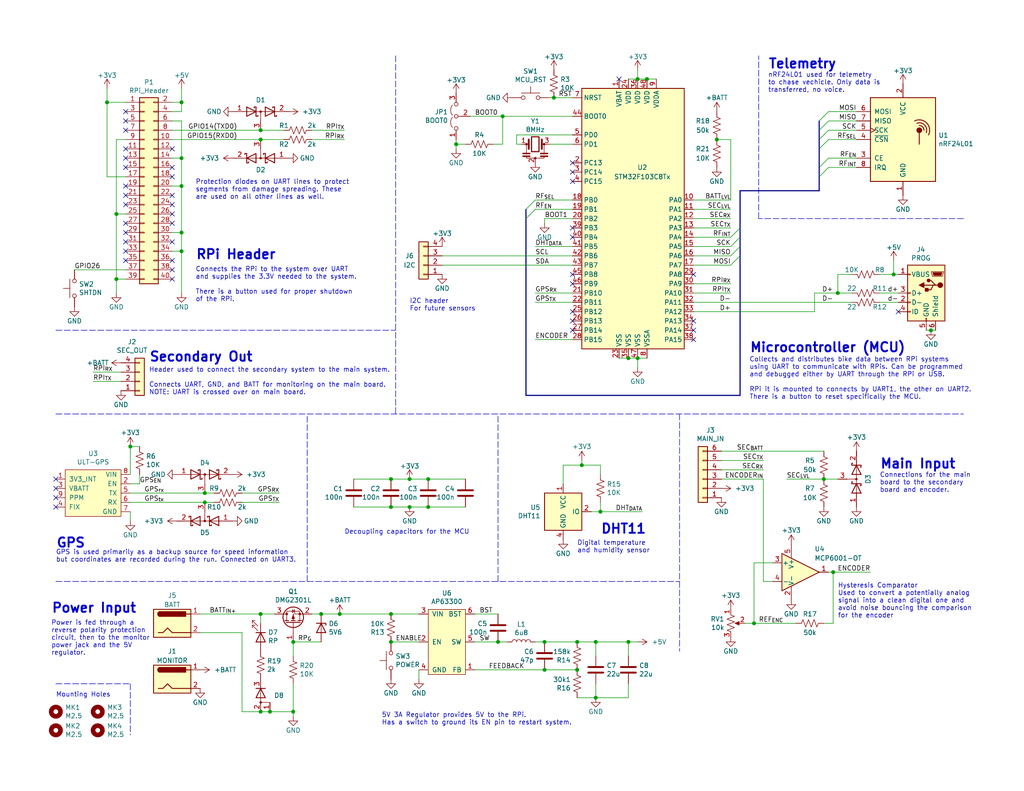
<source format=kicad_sch>
(kicad_sch (version 20211123) (generator eeschema)
  (paper "USLetter")
  (title_block (title "TITAN Board") (date "2020-09-26") (rev "2.1") (company "UofT HPVDT") (comment 1 "Only power input and RPi header parts must be populated on sec.") (comment 2 "For both main and secondary displays, albeit differently configured.") (comment 4 "Board for data collection and communication in TITAN, as a Pi HAT"))
  (junction (at 106.68 175.26))
  (junction (at 71.12 167.64))
  (junction (at 176.53 21.59))
  (junction (at 49.53 68.58))
  (junction (at 163.83 139.7))
  (junction (at 224.79 130.81))
  (junction (at 71.12 194.31))
  (junction (at 171.45 175.26))
  (junction (at 29.21 27.94))
  (junction (at 80.01 194.31))
  (junction (at 158.75 127))
  (junction (at 157.48 182.88))
  (junction (at 243.84 74.93))
  (junction (at 31.75 58.42))
  (junction (at 106.68 167.64))
  (junction (at 171.45 97.79))
  (junction (at 148.59 182.88))
  (junction (at 157.48 175.26))
  (junction (at 49.53 43.18))
  (junction (at 227.33 156.21))
  (junction (at 111.76 138.43))
  (junction (at 173.99 97.79))
  (junction (at 71.12 35.56))
  (junction (at 205.74 170.18))
  (junction (at 87.63 167.64))
  (junction (at 92.71 167.64))
  (junction (at 49.53 27.94))
  (junction (at 173.99 21.59))
  (junction (at 254 90.17))
  (junction (at 111.76 130.81))
  (junction (at 80.01 175.26))
  (junction (at 55.88 134.62))
  (junction (at 106.68 138.43))
  (junction (at 135.89 175.26))
  (junction (at 137.16 31.75))
  (junction (at 116.84 138.43))
  (junction (at 35.56 121.92))
  (junction (at 49.53 50.8))
  (junction (at 148.59 175.26))
  (junction (at 162.56 175.26))
  (junction (at 71.12 38.1))
  (junction (at 106.68 130.81))
  (junction (at 31.75 76.2))
  (junction (at 124.46 39.37))
  (junction (at 55.88 137.16))
  (junction (at 49.53 63.5))
  (junction (at 195.58 38.1))
  (junction (at 116.84 130.81))
  (junction (at 73.66 194.31))
  (junction (at 228.6 80.01))
  (junction (at 151.13 26.67))
  (junction (at 162.56 190.5))
  (no_connect (at 46.99 60.96))
  (no_connect (at 46.99 45.72))
  (no_connect (at 34.29 45.72))
  (no_connect (at 46.99 40.64))
  (no_connect (at 34.29 66.04))
  (no_connect (at 34.29 35.56))
  (no_connect (at 46.99 71.12))
  (no_connect (at 156.21 87.63))
  (no_connect (at 46.99 55.88))
  (no_connect (at 245.11 85.09))
  (no_connect (at 156.21 44.45))
  (no_connect (at 46.99 66.04))
  (no_connect (at 189.23 74.93))
  (no_connect (at 15.24 138.43))
  (no_connect (at 156.21 77.47))
  (no_connect (at 168.91 21.59))
  (no_connect (at 34.29 43.18))
  (no_connect (at 189.23 90.17))
  (no_connect (at 189.23 87.63))
  (no_connect (at 15.24 135.89))
  (no_connect (at 46.99 76.2))
  (no_connect (at 156.21 74.93))
  (no_connect (at 15.24 133.35))
  (no_connect (at 46.99 48.26))
  (no_connect (at 34.29 60.96))
  (no_connect (at 34.29 33.02))
  (no_connect (at 156.21 46.99))
  (no_connect (at 46.99 53.34))
  (no_connect (at 34.29 40.64))
  (no_connect (at 156.21 62.23))
  (no_connect (at 34.29 63.5))
  (no_connect (at 156.21 49.53))
  (no_connect (at 156.21 90.17))
  (no_connect (at 34.29 53.34))
  (no_connect (at 156.21 85.09))
  (no_connect (at 34.29 68.58))
  (no_connect (at 46.99 73.66))
  (no_connect (at 189.23 92.71))
  (no_connect (at 34.29 71.12))
  (no_connect (at 34.29 30.48))
  (no_connect (at 156.21 64.77))
  (no_connect (at 15.24 130.81))
  (no_connect (at 34.29 50.8))
  (no_connect (at 46.99 58.42))
  (no_connect (at 34.29 55.88))
  (bus_entry (at 223.52 40.64) (size 2.54 -2.54))
  (bus_entry (at 199.39 72.39) (size 2.54 -2.54))
  (bus_entry (at 199.39 64.77) (size 2.54 -2.54))
  (bus_entry (at 143.51 57.15) (size 2.54 -2.54))
  (bus_entry (at 223.52 33.02) (size 2.54 -2.54))
  (bus_entry (at 199.39 69.85) (size 2.54 -2.54))
  (bus_entry (at 223.52 48.26) (size 2.54 -2.54))
  (bus_entry (at 143.51 59.69) (size 2.54 -2.54))
  (bus_entry (at 223.52 35.56) (size 2.54 -2.54))
  (bus_entry (at 223.52 45.72) (size 2.54 -2.54))
  (bus_entry (at 223.52 38.1) (size 2.54 -2.54))
  (bus_entry (at 199.39 67.31) (size 2.54 -2.54))
  (bus (pts (xy 143.51 57.15) (xy 143.51 59.69)))
  (wire (pts (xy 199.39 62.23) (xy 189.23 62.23)))
  (wire (pts (xy 226.06 30.48) (xy 233.68 30.48)))
  (wire (pts (xy 35.56 129.54) (xy 35.56 121.92)))
  (polyline (pts (xy 15.24 90.17) (xy 107.95 90.17)))
  (wire (pts (xy 171.45 190.5) (xy 171.45 186.69)))
  (wire (pts (xy 158.75 127) (xy 158.75 125.73)))
  (wire (pts (xy 20.32 73.66) (xy 34.29 73.66)))
  (wire (pts (xy 93.98 38.1) (xy 85.09 38.1)))
  (polyline (pts (xy 262.89 59.69) (xy 207.01 59.69)))
  (wire (pts (xy 146.05 57.15) (xy 156.21 57.15)))
  (bus (pts (xy 223.52 35.56) (xy 223.52 38.1)))
  (wire (pts (xy 163.83 127) (xy 158.75 127)))
  (bus (pts (xy 223.52 48.26) (xy 223.52 52.07)))
  (wire (pts (xy 162.56 190.5) (xy 171.45 190.5)))
  (wire (pts (xy 137.16 31.75) (xy 156.21 31.75)))
  (wire (pts (xy 173.99 100.33) (xy 173.99 97.79)))
  (wire (pts (xy 173.99 97.79) (xy 176.53 97.79)))
  (wire (pts (xy 254 90.17) (xy 252.73 90.17)))
  (wire (pts (xy 240.03 82.55) (xy 245.11 82.55)))
  (wire (pts (xy 134.62 39.37) (xy 137.16 39.37)))
  (wire (pts (xy 124.46 39.37) (xy 127 39.37)))
  (wire (pts (xy 66.04 194.31) (xy 71.12 194.31)))
  (wire (pts (xy 49.53 68.58) (xy 49.53 80.01)))
  (wire (pts (xy 199.39 67.31) (xy 189.23 67.31)))
  (wire (pts (xy 25.4 101.6) (xy 33.02 101.6)))
  (wire (pts (xy 146.05 80.01) (xy 156.21 80.01)))
  (wire (pts (xy 106.68 130.81) (xy 96.52 130.81)))
  (wire (pts (xy 31.75 58.42) (xy 31.75 76.2)))
  (wire (pts (xy 35.56 137.16) (xy 55.88 137.16)))
  (wire (pts (xy 243.84 71.12) (xy 243.84 74.93)))
  (wire (pts (xy 196.85 130.81) (xy 208.28 130.81)))
  (wire (pts (xy 38.1 132.08) (xy 38.1 129.54)))
  (wire (pts (xy 137.16 39.37) (xy 137.16 31.75)))
  (wire (pts (xy 54.61 172.72) (xy 66.04 172.72)))
  (wire (pts (xy 173.99 21.59) (xy 176.53 21.59)))
  (bus (pts (xy 223.52 45.72) (xy 223.52 48.26)))
  (wire (pts (xy 71.12 35.56) (xy 77.47 35.56)))
  (wire (pts (xy 31.75 76.2) (xy 31.75 80.01)))
  (wire (pts (xy 163.83 137.16) (xy 163.83 139.7)))
  (wire (pts (xy 255.27 90.17) (xy 254 90.17)))
  (wire (pts (xy 49.53 27.94) (xy 46.99 27.94)))
  (polyline (pts (xy 15.24 158.75) (xy 185.42 158.75)))
  (wire (pts (xy 106.68 167.64) (xy 114.3 167.64)))
  (wire (pts (xy 163.83 139.7) (xy 175.26 139.7)))
  (wire (pts (xy 199.39 38.1) (xy 195.58 38.1)))
  (bus (pts (xy 223.52 40.64) (xy 223.52 45.72)))
  (polyline (pts (xy 135.89 158.75) (xy 135.89 113.03)))
  (wire (pts (xy 228.6 130.81) (xy 224.79 130.81)))
  (wire (pts (xy 124.46 39.37) (xy 124.46 40.64)))
  (wire (pts (xy 199.39 72.39) (xy 189.23 72.39)))
  (wire (pts (xy 106.68 138.43) (xy 111.76 138.43)))
  (wire (pts (xy 226.06 33.02) (xy 233.68 33.02)))
  (wire (pts (xy 49.53 68.58) (xy 46.99 68.58)))
  (wire (pts (xy 120.65 69.85) (xy 156.21 69.85)))
  (bus (pts (xy 143.51 59.69) (xy 143.51 107.95)))
  (wire (pts (xy 35.56 134.62) (xy 55.88 134.62)))
  (wire (pts (xy 199.39 54.61) (xy 189.23 54.61)))
  (wire (pts (xy 116.84 138.43) (xy 127 138.43)))
  (bus (pts (xy 143.51 107.95) (xy 201.93 107.95)))
  (wire (pts (xy 106.68 175.26) (xy 114.3 175.26)))
  (wire (pts (xy 237.49 156.21) (xy 227.33 156.21)))
  (wire (pts (xy 49.53 30.48) (xy 46.99 30.48)))
  (wire (pts (xy 92.71 167.64) (xy 106.68 167.64)))
  (wire (pts (xy 49.53 27.94) (xy 49.53 30.48)))
  (wire (pts (xy 49.53 24.13) (xy 49.53 27.94)))
  (wire (pts (xy 205.74 153.67) (xy 205.74 170.18)))
  (wire (pts (xy 199.39 59.69) (xy 189.23 59.69)))
  (wire (pts (xy 205.74 153.67) (xy 210.82 153.67)))
  (wire (pts (xy 240.03 80.01) (xy 245.11 80.01)))
  (wire (pts (xy 222.25 85.09) (xy 222.25 80.01)))
  (wire (pts (xy 162.56 175.26) (xy 171.45 175.26)))
  (wire (pts (xy 227.33 156.21) (xy 226.06 156.21)))
  (wire (pts (xy 153.67 127) (xy 153.67 132.08)))
  (wire (pts (xy 29.21 48.26) (xy 34.29 48.26)))
  (wire (pts (xy 240.03 74.93) (xy 243.84 74.93)))
  (wire (pts (xy 151.13 26.67) (xy 156.21 26.67)))
  (polyline (pts (xy 15.24 113.03) (xy 262.89 113.03)))
  (wire (pts (xy 228.6 74.93) (xy 232.41 74.93)))
  (wire (pts (xy 87.63 175.26) (xy 80.01 175.26)))
  (wire (pts (xy 227.33 170.18) (xy 227.33 156.21)))
  (wire (pts (xy 226.06 45.72) (xy 233.68 45.72)))
  (wire (pts (xy 176.53 21.59) (xy 179.07 21.59)))
  (wire (pts (xy 199.39 69.85) (xy 189.23 69.85)))
  (wire (pts (xy 156.21 36.83) (xy 140.97 36.83)))
  (wire (pts (xy 208.28 125.73) (xy 196.85 125.73)))
  (wire (pts (xy 146.05 175.26) (xy 148.59 175.26)))
  (wire (pts (xy 128.27 31.75) (xy 137.16 31.75)))
  (wire (pts (xy 35.56 121.92) (xy 38.1 121.92)))
  (wire (pts (xy 214.63 130.81) (xy 224.79 130.81)))
  (polyline (pts (xy 35.56 186.69) (xy 35.56 200.66)))
  (wire (pts (xy 226.06 38.1) (xy 233.68 38.1)))
  (wire (pts (xy 66.04 137.16) (xy 76.2 137.16)))
  (wire (pts (xy 129.54 182.88) (xy 148.59 182.88)))
  (wire (pts (xy 162.56 179.07) (xy 162.56 175.26)))
  (wire (pts (xy 124.46 38.1) (xy 124.46 39.37)))
  (wire (pts (xy 226.06 35.56) (xy 233.68 35.56)))
  (wire (pts (xy 71.12 167.64) (xy 54.61 167.64)))
  (bus (pts (xy 201.93 62.23) (xy 201.93 64.77)))
  (wire (pts (xy 146.05 54.61) (xy 156.21 54.61)))
  (wire (pts (xy 156.21 67.31) (xy 146.05 67.31)))
  (wire (pts (xy 189.23 82.55) (xy 232.41 82.55)))
  (wire (pts (xy 171.45 21.59) (xy 173.99 21.59)))
  (wire (pts (xy 49.53 43.18) (xy 49.53 50.8)))
  (wire (pts (xy 149.86 39.37) (xy 156.21 39.37)))
  (wire (pts (xy 171.45 97.79) (xy 173.99 97.79)))
  (polyline (pts (xy 15.24 186.69) (xy 35.56 186.69)))
  (wire (pts (xy 49.53 50.8) (xy 49.53 63.5)))
  (wire (pts (xy 25.4 104.14) (xy 33.02 104.14)))
  (wire (pts (xy 135.89 175.26) (xy 129.54 175.26)))
  (wire (pts (xy 208.28 158.75) (xy 210.82 158.75)))
  (bus (pts (xy 223.52 33.02) (xy 223.52 35.56)))
  (wire (pts (xy 148.59 182.88) (xy 157.48 182.88)))
  (wire (pts (xy 199.39 80.01) (xy 189.23 80.01)))
  (wire (pts (xy 31.75 58.42) (xy 34.29 58.42)))
  (wire (pts (xy 226.06 43.18) (xy 233.68 43.18)))
  (wire (pts (xy 80.01 195.58) (xy 80.01 194.31)))
  (wire (pts (xy 171.45 175.26) (xy 173.99 175.26)))
  (wire (pts (xy 80.01 186.69) (xy 80.01 194.31)))
  (wire (pts (xy 196.85 123.19) (xy 224.79 123.19)))
  (wire (pts (xy 171.45 179.07) (xy 171.45 175.26)))
  (wire (pts (xy 74.93 167.64) (xy 71.12 167.64)))
  (wire (pts (xy 189.23 85.09) (xy 222.25 85.09)))
  (wire (pts (xy 199.39 54.61) (xy 199.39 38.1)))
  (wire (pts (xy 208.28 158.75) (xy 208.28 130.81)))
  (wire (pts (xy 146.05 82.55) (xy 156.21 82.55)))
  (wire (pts (xy 149.86 26.67) (xy 151.13 26.67)))
  (wire (pts (xy 58.42 137.16) (xy 55.88 137.16)))
  (wire (pts (xy 29.21 27.94) (xy 34.29 27.94)))
  (wire (pts (xy 111.76 138.43) (xy 116.84 138.43)))
  (wire (pts (xy 157.48 175.26) (xy 162.56 175.26)))
  (wire (pts (xy 111.76 130.81) (xy 106.68 130.81)))
  (wire (pts (xy 148.59 60.96) (xy 148.59 59.69)))
  (wire (pts (xy 163.83 129.54) (xy 163.83 127)))
  (wire (pts (xy 217.17 170.18) (xy 205.74 170.18)))
  (wire (pts (xy 158.75 127) (xy 153.67 127)))
  (wire (pts (xy 49.53 63.5) (xy 49.53 68.58)))
  (bus (pts (xy 201.93 67.31) (xy 201.93 69.85)))
  (wire (pts (xy 208.28 128.27) (xy 196.85 128.27)))
  (wire (pts (xy 71.12 38.1) (xy 77.47 38.1)))
  (wire (pts (xy 49.53 63.5) (xy 46.99 63.5)))
  (wire (pts (xy 46.99 35.56) (xy 71.12 35.56)))
  (wire (pts (xy 35.56 139.7) (xy 35.56 142.24)))
  (bus (pts (xy 223.52 38.1) (xy 223.52 40.64)))
  (wire (pts (xy 199.39 77.47) (xy 189.23 77.47)))
  (wire (pts (xy 140.97 36.83) (xy 140.97 39.37)))
  (wire (pts (xy 140.97 39.37) (xy 142.24 39.37)))
  (bus (pts (xy 201.93 52.07) (xy 201.93 62.23)))
  (polyline (pts (xy 107.95 15.24) (xy 107.95 113.03)))
  (wire (pts (xy 29.21 27.94) (xy 29.21 48.26)))
  (wire (pts (xy 73.66 194.31) (xy 80.01 194.31)))
  (wire (pts (xy 243.84 74.93) (xy 245.11 74.93)))
  (wire (pts (xy 66.04 134.62) (xy 76.2 134.62)))
  (wire (pts (xy 224.79 170.18) (xy 227.33 170.18)))
  (wire (pts (xy 49.53 50.8) (xy 46.99 50.8)))
  (wire (pts (xy 127 130.81) (xy 116.84 130.81)))
  (wire (pts (xy 96.52 138.43) (xy 106.68 138.43)))
  (wire (pts (xy 29.21 24.13) (xy 29.21 27.94)))
  (wire (pts (xy 80.01 179.07) (xy 80.01 175.26)))
  (bus (pts (xy 201.93 52.07) (xy 223.52 52.07)))
  (wire (pts (xy 31.75 38.1) (xy 34.29 38.1)))
  (wire (pts (xy 232.41 80.01) (xy 228.6 80.01)))
  (wire (pts (xy 49.53 33.02) (xy 49.53 43.18)))
  (wire (pts (xy 148.59 59.69) (xy 156.21 59.69)))
  (wire (pts (xy 55.88 134.62) (xy 58.42 134.62)))
  (wire (pts (xy 168.91 97.79) (xy 171.45 97.79)))
  (bus (pts (xy 201.93 64.77) (xy 201.93 67.31)))
  (wire (pts (xy 31.75 76.2) (xy 34.29 76.2)))
  (wire (pts (xy 138.43 175.26) (xy 135.89 175.26)))
  (wire (pts (xy 203.2 170.18) (xy 205.74 170.18)))
  (wire (pts (xy 35.56 132.08) (xy 38.1 132.08)))
  (wire (pts (xy 173.99 21.59) (xy 173.99 19.05)))
  (polyline (pts (xy 185.42 113.03) (xy 185.42 177.8)))
  (wire (pts (xy 129.54 167.64) (xy 135.89 167.64)))
  (wire (pts (xy 71.12 38.1) (xy 46.99 38.1)))
  (wire (pts (xy 87.63 167.64) (xy 92.71 167.64)))
  (wire (pts (xy 199.39 64.77) (xy 189.23 64.77)))
  (wire (pts (xy 116.84 130.81) (xy 111.76 130.81)))
  (polyline (pts (xy 83.82 158.75) (xy 83.82 113.03)))
  (wire (pts (xy 93.98 35.56) (xy 85.09 35.56)))
  (wire (pts (xy 85.09 167.64) (xy 87.63 167.64)))
  (wire (pts (xy 49.53 33.02) (xy 46.99 33.02)))
  (wire (pts (xy 161.29 139.7) (xy 163.83 139.7)))
  (wire (pts (xy 222.25 80.01) (xy 228.6 80.01)))
  (wire (pts (xy 120.65 72.39) (xy 156.21 72.39)))
  (bus (pts (xy 201.93 69.85) (xy 201.93 107.95)))
  (wire (pts (xy 71.12 194.31) (xy 73.66 194.31)))
  (wire (pts (xy 162.56 190.5) (xy 157.48 190.5)))
  (wire (pts (xy 148.59 175.26) (xy 157.48 175.26)))
  (wire (pts (xy 71.12 170.18) (xy 71.12 167.64)))
  (wire (pts (xy 114.3 185.42) (xy 114.3 182.88)))
  (wire (pts (xy 162.56 186.69) (xy 162.56 190.5)))
  (wire (pts (xy 49.53 43.18) (xy 46.99 43.18)))
  (wire (pts (xy 228.6 80.01) (xy 228.6 74.93)))
  (wire (pts (xy 31.75 38.1) (xy 31.75 58.42)))
  (polyline (pts (xy 207.01 59.69) (xy 207.01 15.24)))
  (wire (pts (xy 199.39 57.15) (xy 189.23 57.15)))
  (wire (pts (xy 66.04 172.72) (xy 66.04 194.31)))
  (wire (pts (xy 146.05 92.71) (xy 156.21 92.71)))
  (text "5V 3A Regulator provides 5V to the RPi.\nHas a switch to ground its EN pin to restart system." (at 104.14 198.12 0) (effects (font (size 1.27 1.27)) (justify left bottom)))
  (text "Connections for the main\nboard to the secondary \nboard and encoder." (at 240.03 134.62 0) (effects (font (size 1.27 1.27)) (justify left bottom)))
  (text "DHT11" (at 163.83 146.05 0) (effects (font (size 2.54 2.54) (thickness 0.508) bold) (justify left bottom)))
  (text "Power Input" (at 13.97 167.64 0) (effects (font (size 2.54 2.54) (thickness 0.508) bold) (justify left bottom)))
  (text "Telemetry" (at 209.55 19.05 0) (effects (font (size 2.54 2.54) (thickness 0.508) bold) (justify left bottom)))
  (text "Main Input" (at 240.03 128.27 0) (effects (font (size 2.54 2.54) (thickness 0.508) bold) (justify left bottom)))
  (text "Mounting Holes" (at 15.24 190.5 0) (effects (font (size 1.27 1.27)) (justify left bottom)))
  (text "GPS is used primarily as a backup source for speed information\nbut coordinates are recorded during the run. Connected on UART3." (at 15.24 153.67 0) (effects (font (size 1.27 1.27)) (justify left bottom)))
  (text "nRF24L01 used for telemetry\nto chase vechicle. Only data is\ntransferred, no voice." (at 209.55 25.4 0) (effects (font (size 1.27 1.27)) (justify left bottom)))
  (text "Connects the RPi to the system over UART\nand supplies the 3.3V needed to the system.\n\nThere is a button used for proper shutdown\nof the RPi." (at 53.34 82.55 0) (effects (font (size 1.27 1.27)) (justify left bottom)))
  (text "Collects and distributes bike data between RPi systems\nusing UART to communicate with RPis. Can be programmed\nand debugged either by UART through the RPi or USB.\n\nRPi it is mounted to connects by UART1, the other on UART2.\nThere is a button to reset specifically the MCU." (at 204.47 109.22 0) (effects (font (size 1.27 1.27)) (justify left bottom)))
  (text "Protection diodes on UART lines to protect\nsegments from damage spreading. These\nare used on all other lines as well." (at 53.34 54.61 0) (effects (font (size 1.27 1.27)) (justify left bottom)))
  (text "GPS" (at 15.24 149.86 0) (effects (font (size 2.54 2.54) (thickness 0.508) bold) (justify left bottom)))
  (text "I2C header\nFor future sensors" (at 111.76 85.09 0) (effects (font (size 1.27 1.27)) (justify left bottom)))
  (text "Digital temperature\nand humidity sensor" (at 157.48 151.13 0) (effects (font (size 1.27 1.27)) (justify left bottom)))
  (text "RPi Header" (at 53.34 71.12 0) (effects (font (size 2.54 2.54) (thickness 0.508) bold) (justify left bottom)))
  (text "Power is fed through a \nreverse polarity protection\ncircuit, then to the monitor\npower jack and the 5V\nregulator." (at 13.97 179.07 0) (effects (font (size 1.27 1.27)) (justify left bottom)))
  (text "Header used to connect the secondary system to the main system.\n\nConnects UART, GND, and BATT for monitoring on the main board.\nNOTE: UART is crossed over on main board." (at 40.64 107.95 0) (effects (font (size 1.27 1.27)) (justify left bottom)))
  (text "Decoupling capacitors for the MCU" (at 93.98 146.05 0) (effects (font (size 1.27 1.27)) (justify left bottom)))
  (text "Hysteresis Comparator\nUsed to convert a potentially analog\nsignal into a clean digital one and \navoid noise bouncing the comparison\nfor the encoder" (at 228.6 168.91 0) (effects (font (size 1.27 1.27)) (justify left bottom)))
  (text "Secondary Out" (at 40.64 99.06 0) (effects (font (size 2.54 2.54) (thickness 0.508) bold) (justify left bottom)))
  (text "Microcontroller (MCU)" (at 204.47 96.52 0) (effects (font (size 2.54 2.54) (thickness 0.508) bold) (justify left bottom)))
  (label "MISO" (at 233.68 33.02 180))
  (label "ENCODER" (at 237.49 156.21 180))
  (label "GPS_{RX}" (at 76.2 134.62 180))
  (label "RPI_{RX}" (at 93.98 38.1 180))
  (label "REF_{ENC}" (at 207.01 170.18 0))
  (label "SCK" (at 233.68 35.56 180))
  (label "BST" (at 130.81 167.64 0))
  (label "GPS_{RX}" (at 146.05 80.01 0))
  (label "MOSI" (at 233.68 30.48 180))
  (label "RF_{EN}" (at 233.68 43.18 180))
  (label "BOOT0" (at 129.54 31.75 0))
  (label "D+" (at 227.33 80.01 180))
  (label "D-" (at 199.39 82.55 180))
  (label "GPS_{rx}" (at 39.37 134.62 0))
  (label "GPS_{TX}" (at 76.2 137.16 180))
  (label "DHT_{DATA}" (at 146.05 67.31 0))
  (label "DHT_{DATA}" (at 175.26 139.7 180))
  (label "GPIO14(TXD0)" (at 64.77 35.56 180))
  (label "RPI_{TX}" (at 25.4 104.14 0))
  (label "FEEDBACK" (at 133.35 182.88 0))
  (label "RF_{SEL}" (at 146.05 54.61 0))
  (label "d-" (at 245.11 82.55 180))
  (label "D-" (at 227.33 82.55 180))
  (label "BATT_{IN+}" (at 57.15 167.64 0))
  (label "BOOT1" (at 148.59 59.69 0))
  (label "BATT_{LVL}" (at 199.39 54.61 180))
  (label "SEC_{TX}" (at 199.39 62.23 180))
  (label "RP_{G}" (at 81.28 175.26 0))
  (label "RPI_{TX}" (at 93.98 35.56 180))
  (label "ENCODER" (at 146.05 92.71 0))
  (label "MOSI" (at 199.39 72.39 180))
  (label "GPS_{TX}" (at 146.05 82.55 0))
  (label "SEC_{TX}" (at 208.28 125.73 180))
  (label "RPI_{RX}" (at 199.39 77.47 180))
  (label "RF_{SEL}" (at 233.68 38.1 180))
  (label "MISO" (at 199.39 69.85 180))
  (label "RF_{INT}" (at 233.68 45.72 180))
  (label "SEC_{BATT}" (at 208.28 123.19 180))
  (label "ENCODER_{IN}" (at 208.28 130.81 180))
  (label "GPS_{EN}" (at 38.1 132.08 0))
  (label "SCK" (at 199.39 67.31 180))
  (label "SDA" (at 146.05 72.39 0))
  (label "d+" (at 245.11 80.01 180))
  (label "SW" (at 130.81 175.26 0))
  (label "RF_{INT}" (at 199.39 64.77 180))
  (label "ENABLE" (at 107.95 175.26 0))
  (label "D+" (at 199.39 85.09 180))
  (label "GPIO15(RXD0)" (at 64.77 38.1 180))
  (label "SEC_{LVL}" (at 214.63 130.81 0))
  (label "SCL" (at 146.05 69.85 0))
  (label "RPI_{RX}" (at 25.4 101.6 0))
  (label "RF_{EN}" (at 146.05 57.15 0))
  (label "GPIO26" (at 20.32 73.66 0))
  (label "SEC_{RX}" (at 208.28 128.27 180))
  (label "SEC_{RX}" (at 199.39 59.69 180))
  (label "RPI_{TX}" (at 199.39 80.01 180))
  (label "RST" (at 152.4 26.67 0))
  (label "GPS_{tx}" (at 39.37 137.16 0))
  (label "SEC_{LVL}" (at 199.39 57.15 180))
  (symbol (lib_id "power:+5V") (at 49.53 24.13 0) (unit 1)
    (property "Reference" "#PWR01" (effects hide))
    (property "Value" "+5V" (at 49.53 20.574 0))
  )
  (symbol (lib_id "power:+3.3V") (at 29.21 24.13 0) (unit 1)
    (property "Reference" "#PWR04" (effects hide))
    (property "Value" "+3.3V" (at 29.21 20.574 0))
  )
  (symbol (lib_id "power:GND") (at 49.53 80.01 0) (unit 1)
    (property "Reference" "#PWR02" (effects hide))
    (property "Value" "GND" (at 49.53 83.82 0))
  )
  (symbol (lib_id "power:GND") (at 31.75 80.01 0) (unit 1)
    (property "Reference" "#PWR03" (effects hide))
    (property "Value" "GND" (at 31.75 83.82 0))
  )
  (symbol (lib_id "titan_redux-rescue:Mounting_Hole-Mechanical") (at 15.24 194.31 0) (unit 1)
    (property "Reference" "MK1" (at 17.78 193.1416 0) (effects (justify left)))
    (property "Value" "M2.5" (at 17.78 195.453 0) (effects (justify left)))
    (property "Footprint" "MountingHole:MountingHole_2.7mm_M2.5" (effects hide))
  )
  (symbol (lib_id "titan_redux-rescue:Mounting_Hole-Mechanical") (at 26.67 194.31 0) (unit 1)
    (property "Reference" "MK3" (at 29.21 193.1416 0) (effects (justify left)))
    (property "Value" "M2.5" (at 29.21 195.453 0) (effects (justify left)))
    (property "Footprint" "MountingHole:MountingHole_2.7mm_M2.5" (effects hide))
  )
  (symbol (lib_id "titan_redux-rescue:Mounting_Hole-Mechanical") (at 15.24 199.39 0) (unit 1)
    (property "Reference" "MK2" (at 17.78 198.2216 0) (effects (justify left)))
    (property "Value" "M2.5" (at 17.78 200.533 0) (effects (justify left)))
    (property "Footprint" "MountingHole:MountingHole_2.7mm_M2.5" (effects hide))
  )
  (symbol (lib_id "titan_redux-rescue:Mounting_Hole-Mechanical") (at 26.67 199.39 0) (unit 1)
    (property "Reference" "MK4" (at 29.21 198.2216 0) (effects (justify left)))
    (property "Value" "M2.5" (at 29.21 200.533 0) (effects (justify left)))
    (property "Footprint" "MountingHole:MountingHole_2.7mm_M2.5" (effects hide))
  )
  (symbol (lib_id "Connector_Generic:Conn_02x20_Odd_Even") (at 39.37 50.8 0) (unit 1)
    (property "Reference" "P1" (at 40.64 22.4282 0))
    (property "Value" "RPi_Header" (at 40.64 24.7396 0))
    (property "Footprint" "Connector_PinSocket_2.54mm:PinSocket_2x20_P2.54mm_Vertical" (effects hide))
  )
  (symbol (lib_id "MCU_ST_STM32F1:STM32F103C8Tx") (at 173.99 59.69 0) (unit 1)
    (property "Reference" "U2" (at 175.26 45.72 0))
    (property "Value" "STM32F103C8Tx" (at 175.26 48.26 0))
    (property "Footprint" "Package_QFP:LQFP-48_7x7mm_P0.5mm" (effects hide))
    (property "Datasheet" "http://www.st.com/st-web-ui/static/active/en/resource/technical/document/datasheet/CD00161566.pdf" (effects hide))
  )
  (symbol (lib_id "RF:NRF24L01_Breakout") (at 246.38 38.1 0) (unit 1)
    (property "Reference" "U1" (at 256.032 36.9316 0) (effects (justify left)))
    (property "Value" "nRF24L01" (at 256.032 39.243 0) (effects (justify left)))
    (property "Footprint" "RF_Module:nRF24L01_Breakout" (effects hide))
    (property "Datasheet" "http://www.nordicsemi.com/eng/content/download/2730/34105/file/nRF24L01_Product_Specification_v2_0.pdf" (effects hide))
  )
  (symbol (lib_id "Device:Resonator") (at 146.05 39.37 0) (unit 1)
    (property "Reference" "Y1" (at 146.05 33.0708 0))
    (property "Value" "8MHz" (at 146.05 35.3822 0))
    (property "Footprint" "Crystal:Resonator_SMD_muRata_CSTxExxV-3Pin_3.0x1.1mm" (effects hide))
  )
  (symbol (lib_id "power:+3.3V") (at 246.38 22.86 0) (unit 1)
    (property "Reference" "#PWR0101" (effects hide))
    (property "Value" "+3.3V" (at 246.38 19.304 0))
  )
  (symbol (lib_id "power:+3.3V") (at 173.99 19.05 0) (unit 1)
    (property "Reference" "#PWR0102" (effects hide))
    (property "Value" "+3.3V" (at 173.99 15.494 0))
  )
  (symbol (lib_id "power:GND") (at 246.38 53.34 0) (unit 1)
    (property "Reference" "#PWR0103" (effects hide))
    (property "Value" "GND" (at 246.38 57.15 0))
  )
  (symbol (lib_id "power:GND") (at 173.99 100.33 0) (unit 1)
    (property "Reference" "#PWR0104" (effects hide))
    (property "Value" "GND" (at 173.99 104.14 0))
  )
  (symbol (lib_id "power:GND") (at 146.05 44.45 0) (unit 1)
    (property "Reference" "#PWR0106" (effects hide))
    (property "Value" "GND" (at 146.05 48.26 0))
  )
  (symbol (lib_id "power:GND") (at 148.59 60.96 0) (unit 1)
    (property "Reference" "#PWR0105" (effects hide))
    (property "Value" "GND" (at 148.59 64.77 0))
  )
  (symbol (lib_id "Device:R_US") (at 81.28 35.56 270) (unit 1)
    (property "Reference" "R1" (at 77.47 34.29 90))
    (property "Value" "2k" (at 85.09 34.29 90))
    (property "Footprint" "Resistor_SMD:R_0603_1608Metric" (effects hide))
  )
  (symbol (lib_id "Device:R_US") (at 81.28 38.1 270) (unit 1)
    (property "Reference" "R2" (at 77.47 39.37 90))
    (property "Value" "2k" (at 85.09 39.37 90))
    (property "Footprint" "Resistor_SMD:R_0603_1608Metric" (effects hide))
  )
  (symbol (lib_id "Device:D_Schottky_x2_Serial_AKC") (at 71.12 30.48 0) (unit 1)
    (property "Reference" "D1" (at 71.12 27.305 0))
    (property "Value" "TBAT54S" (effects hide))
    (property "Footprint" "Package_TO_SOT_SMD:SOT-23" (effects hide))
  )
  (symbol (lib_id "power:GND") (at 63.5 30.48 270) (unit 1)
    (property "Reference" "#PWR07" (effects hide))
    (property "Value" "GND" (at 58.42 30.48 90))
  )
  (symbol (lib_id "power:+3.3V") (at 78.74 30.48 270) (unit 1)
    (property "Reference" "#PWR08" (effects hide))
    (property "Value" "+3.3V" (at 85.09 30.48 90))
  )
  (symbol (lib_id "Device:D_Schottky_x2_Serial_AKC") (at 71.12 43.18 180) (unit 1)
    (property "Reference" "D2" (at 71.12 46.355 0))
    (property "Value" "TBAT54S" (effects hide))
    (property "Footprint" "Package_TO_SOT_SMD:SOT-23" (effects hide))
  )
  (symbol (lib_id "power:+3.3V") (at 63.5 43.18 90) (unit 1)
    (property "Reference" "#PWR010" (effects hide))
    (property "Value" "+3.3V" (at 57.15 43.18 90))
  )
  (symbol (lib_id "power:GND") (at 78.74 43.18 90) (unit 1)
    (property "Reference" "#PWR011" (effects hide))
    (property "Value" "GND" (at 83.82 43.18 90))
  )
  (symbol (lib_id "Device:R_US") (at 224.79 134.62 180) (unit 1)
    (property "Reference" "R7" (at 220.98 133.35 0))
    (property "Value" "10K" (at 220.98 135.89 0))
    (property "Footprint" "Resistor_SMD:R_0603_1608Metric" (effects hide))
  )
  (symbol (lib_id "Device:R_US") (at 151.13 22.86 180) (unit 1)
    (property "Reference" "R3" (at 152.8572 21.6916 0) (effects (justify right)))
    (property "Value" "10K" (at 152.8572 24.003 0) (effects (justify right)))
    (property "Footprint" "Resistor_SMD:R_0603_1608Metric" (effects hide))
  )
  (symbol (lib_id "power:+3.3V") (at 151.13 19.05 0) (unit 1)
    (property "Reference" "#PWR05" (effects hide))
    (property "Value" "+3.3V" (at 151.13 15.494 0))
  )
  (symbol (lib_id "Device:R_US") (at 224.79 127 180) (unit 1)
    (property "Reference" "R5" (at 220.98 125.73 0))
    (property "Value" "50k" (at 220.98 128.27 0))
    (property "Footprint" "Resistor_SMD:R_0603_1608Metric" (effects hide))
  )
  (symbol (lib_id "Device:R_US") (at 195.58 41.91 180) (unit 1)
    (property "Reference" "R21" (at 191.77 40.64 0))
    (property "Value" "10K" (at 191.77 43.18 0))
    (property "Footprint" "Resistor_SMD:R_0603_1608Metric" (effects hide))
  )
  (symbol (lib_id "Switch:SW_Push") (at 144.78 26.67 0) (unit 1)
    (property "Reference" "SW1" (at 144.78 19.431 0))
    (property "Value" "MCU_RST" (at 144.78 21.7424 0))
    (property "Footprint" "Button_Switch_THT:SW_PUSH_6mm_H4.3mm" (effects hide))
  )
  (symbol (lib_id "Device:R_US") (at 195.58 34.29 180) (unit 1)
    (property "Reference" "R18" (at 191.77 33.02 0))
    (property "Value" "50k" (at 191.77 35.56 0))
    (property "Footprint" "Resistor_SMD:R_0603_1608Metric" (effects hide))
  )
  (symbol (lib_id "power:GND") (at 224.79 138.43 0) (unit 1)
    (property "Reference" "#PWR025" (effects hide))
    (property "Value" "GND" (at 224.79 142.24 0))
  )
  (symbol (lib_id "power:GND") (at 80.01 195.58 0) (unit 1)
    (property "Reference" "#PWR038" (effects hide))
    (property "Value" "GND" (at 80.01 199.39 0))
  )
  (symbol (lib_id "power:GND") (at 139.7 26.67 270) (unit 1)
    (property "Reference" "#PWR09" (effects hide))
    (property "Value" "GND" (at 134.62 26.67 90))
  )
  (symbol (lib_id "Jumper:Jumper_3_Open") (at 124.46 31.75 90) (unit 1)
    (property "Reference" "JP1" (at 122.2502 30.5816 90) (effects (justify left)))
    (property "Value" "BOOT0" (at 122.2502 32.893 90) (effects (justify left)))
    (property "Footprint" "Connector_PinHeader_2.54mm:PinHeader_1x03_P2.54mm_Vertical" (effects hide))
  )
  (symbol (lib_id "power:GND") (at 124.46 40.64 0) (unit 1)
    (property "Reference" "#PWR012" (effects hide))
    (property "Value" "GND" (at 124.46 44.45 0))
  )
  (symbol (lib_id "Device:R_US") (at 130.81 39.37 90) (unit 1)
    (property "Reference" "R4" (at 130.81 36.83 90))
    (property "Value" "10K" (at 130.81 41.91 90))
    (property "Footprint" "Resistor_SMD:R_0603_1608Metric" (effects hide))
  )
  (symbol (lib_id "power:+3.3V") (at 124.46 25.4 0) (unit 1)
    (property "Reference" "#PWR06" (effects hide))
    (property "Value" "+3.3V" (at 124.46 21.844 0))
  )
  (symbol (lib_id "ultimate_gps:ULT-GPS") (at 25.4 134.62 0) (mirror y) (unit 1)
    (property "Reference" "U3" (at 25.4 123.825 0))
    (property "Value" "ULT-GPS" (at 25.4 126.1364 0))
    (property "Footprint" "ultimate_gps:ULT-GPS" (effects hide))
  )
  (symbol (lib_id "power:+3.3V") (at 35.56 121.92 0) (unit 1)
    (property "Reference" "#PWR019" (effects hide))
    (property "Value" "+3.3V" (at 35.56 118.11 0))
  )
  (symbol (lib_id "Device:R_US") (at 38.1 125.73 180) (unit 1)
    (property "Reference" "R6" (at 39.8272 124.5616 0) (effects (justify right)))
    (property "Value" "10K" (at 39.8272 126.873 0) (effects (justify right)))
    (property "Footprint" "Resistor_SMD:R_0603_1608Metric" (effects hide))
  )
  (symbol (lib_id "power:GND") (at 35.56 142.24 0) (unit 1)
    (property "Reference" "#PWR027" (effects hide))
    (property "Value" "GND" (at 35.56 146.05 0))
  )
  (symbol (lib_id "titan_redux-rescue:USB_B_Mini-Connector") (at 252.73 80.01 0) (mirror y) (unit 1)
    (property "Reference" "J4" (at 251.2822 68.1482 0))
    (property "Value" "PROG" (at 251.2822 70.4596 0))
    (property "Footprint" "2172034-1:TE_2172034-1" (effects hide))
  )
  (symbol (lib_id "power:GND") (at 254 90.17 0) (mirror y) (unit 1)
    (property "Reference" "#PWR032" (effects hide))
    (property "Value" "GND" (at 254 93.98 0))
  )
  (symbol (lib_id "Switch:SW_Push") (at 20.32 78.74 90) (unit 1)
    (property "Reference" "SW2" (at 21.5392 77.5716 90) (effects (justify right)))
    (property "Value" "SHTDN" (at 21.5392 79.883 90) (effects (justify right)))
    (property "Footprint" "Button_Switch_THT:SW_PUSH_6mm_H4.3mm" (effects hide))
  )
  (symbol (lib_id "power:GND") (at 20.32 83.82 0) (unit 1)
    (property "Reference" "#PWR015" (effects hide))
    (property "Value" "GND" (at 20.32 87.63 0))
  )
  (symbol (lib_id "Sensor:DHT11") (at 153.67 139.7 0) (unit 1)
    (property "Reference" "U5" (at 147.4724 138.5316 0) (effects (justify right)))
    (property "Value" "DHT11" (at 147.4724 140.843 0) (effects (justify right)))
    (property "Footprint" "Sensor:Aosong_DHT11_5.5x12.0_P2.54mm" (effects hide))
    (property "Datasheet" "http://akizukidenshi.com/download/ds/aosong/DHT11.pdf" (effects hide))
  )
  (symbol (lib_id "Device:R_US") (at 163.83 133.35 180) (unit 1)
    (property "Reference" "R15" (at 165.5572 132.1816 0) (effects (justify right)))
    (property "Value" "10K" (at 165.5572 134.493 0) (effects (justify right)))
    (property "Footprint" "Resistor_SMD:R_0603_1608Metric" (effects hide))
  )
  (symbol (lib_id "power:GND") (at 153.67 147.32 0) (unit 1)
    (property "Reference" "#PWR037" (effects hide))
    (property "Value" "GND" (at 153.67 151.13 0))
  )
  (symbol (lib_id "power:+3.3V") (at 158.75 125.73 0) (unit 1)
    (property "Reference" "#PWR036" (effects hide))
    (property "Value" "+3.3V" (at 158.75 121.92 0))
  )
  (symbol (lib_id "Amplifier_Operational:MCP6001-OT") (at 218.44 156.21 0) (unit 1)
    (property "Reference" "U4" (at 222.25 149.86 0) (effects (justify left)))
    (property "Value" "MCP6001-OT" (at 222.25 152.4 0) (effects (justify left)))
    (property "Footprint" "Package_TO_SOT_SMD:SOT-23-5" (effects hide))
    (property "Datasheet" "http://ww1.microchip.com/downloads/en/DeviceDoc/21733j.pdf" (effects hide))
  )
  (symbol (lib_id "Device:R_US") (at 236.22 82.55 90) (mirror x) (unit 1)
    (property "Reference" "R12" (at 240.03 83.82 90))
    (property "Value" "22" (at 232.41 83.82 90))
    (property "Footprint" "Resistor_SMD:R_0603_1608Metric" (effects hide))
  )
  (symbol (lib_id "Device:R_US") (at 236.22 80.01 90) (mirror x) (unit 1)
    (property "Reference" "R11" (at 240.03 78.74 90))
    (property "Value" "22" (at 232.41 78.74 90))
    (property "Footprint" "Resistor_SMD:R_0603_1608Metric" (effects hide))
  )
  (symbol (lib_id "Device:R_US") (at 236.22 74.93 90) (mirror x) (unit 1)
    (property "Reference" "R8" (at 240.03 73.66 90))
    (property "Value" "10K" (at 232.41 73.66 90))
    (property "Footprint" "Resistor_SMD:R_0603_1608Metric" (effects hide))
  )
  (symbol (lib_id "power:GND") (at 215.9 163.83 0) (unit 1)
    (property "Reference" "#PWR034" (effects hide))
    (property "Value" "GND" (at 215.9 167.64 0))
  )
  (symbol (lib_id "power:+3.3V") (at 215.9 148.59 0) (mirror y) (unit 1)
    (property "Reference" "#PWR031" (effects hide))
    (property "Value" "+3.3V" (at 215.9 144.78 0))
  )
  (symbol (lib_id "power:+5V") (at 243.84 71.12 0) (mirror y) (unit 1)
    (property "Reference" "#PWR024" (effects hide))
    (property "Value" "+5V" (at 243.84 67.564 0))
  )
  (symbol (lib_id "Device:R_US") (at 220.98 170.18 90) (unit 1)
    (property "Reference" "R17" (at 220.98 167.64 90))
    (property "Value" "50k" (at 220.98 172.72 90))
    (property "Footprint" "Resistor_SMD:R_0603_1608Metric" (effects hide))
  )
  (symbol (lib_id "power:GND") (at 199.39 173.99 0) (unit 1)
    (property "Reference" "#PWR033" (effects hide))
    (property "Value" "GND" (at 199.39 177.8 0))
  )
  (symbol (lib_id "power:+3.3V") (at 199.39 166.37 0) (mirror y) (unit 1)
    (property "Reference" "#PWR030" (effects hide))
    (property "Value" "+3.3V" (at 199.39 162.56 0))
  )
  (symbol (lib_id "Device:R_POT_US") (at 199.39 170.18 0) (unit 1)
    (property "Reference" "RV1" (at 197.6628 169.0116 0) (effects (justify right)))
    (property "Value" "10k" (at 197.6628 171.323 0) (effects (justify right)))
    (property "Footprint" "Potentiometer_THT:Potentiometer_Bourns_3296W_Vertical" (effects hide))
  )
  (symbol (lib_id "Device:D_Schottky_x2_Serial_AKC") (at 55.88 142.24 180) (unit 1)
    (property "Reference" "D5" (at 55.88 145.415 0))
    (property "Value" "TBAT54S" (effects hide))
    (property "Footprint" "Package_TO_SOT_SMD:SOT-23" (effects hide))
  )
  (symbol (lib_id "Device:D_Schottky_x2_Serial_AKC") (at 55.88 129.54 0) (unit 1)
    (property "Reference" "D4" (at 55.88 126.365 0))
    (property "Value" "TBAT54S" (effects hide))
    (property "Footprint" "Package_TO_SOT_SMD:SOT-23" (effects hide))
  )
  (symbol (lib_id "power:GND") (at 48.26 129.54 270) (unit 1)
    (property "Reference" "#PWR022" (effects hide))
    (property "Value" "GND" (at 43.18 129.54 90))
  )
  (symbol (lib_id "power:+3.3V") (at 63.5 129.54 270) (unit 1)
    (property "Reference" "#PWR023" (effects hide))
    (property "Value" "+3.3V" (at 69.85 129.54 90))
  )
  (symbol (lib_id "power:+3.3V") (at 48.26 142.24 90) (unit 1)
    (property "Reference" "#PWR028" (effects hide))
    (property "Value" "+3.3V" (at 41.91 142.24 90))
  )
  (symbol (lib_id "power:GND") (at 63.5 142.24 90) (unit 1)
    (property "Reference" "#PWR029" (effects hide))
    (property "Value" "GND" (at 68.58 142.24 90))
  )
  (symbol (lib_id "Connector_Generic:Conn_01x04") (at 115.57 72.39 180) (unit 1)
    (property "Reference" "J6" (at 111.76 69.85 0))
    (property "Value" "I2C" (at 111.76 72.39 0))
    (property "Footprint" "Connector_PinHeader_2.54mm:PinHeader_1x04_P2.54mm_Vertical" (effects hide))
  )
  (symbol (lib_id "power:GND") (at 120.65 74.93 0) (unit 1)
    (property "Reference" "#PWR0115" (effects hide))
    (property "Value" "GND" (at 120.65 78.74 0))
  )
  (symbol (lib_id "power:+3.3V") (at 120.65 67.31 0) (unit 1)
    (property "Reference" "#PWR0116" (effects hide))
    (property "Value" "+3.3V" (at 120.65 63.754 0))
  )
  (symbol (lib_id "Device:R_US") (at 62.23 137.16 270) (unit 1)
    (property "Reference" "R10" (at 58.42 138.43 90))
    (property "Value" "2k" (at 66.04 138.43 90))
    (property "Footprint" "Resistor_SMD:R_0603_1608Metric" (effects hide))
  )
  (symbol (lib_id "Device:R_US") (at 62.23 134.62 270) (unit 1)
    (property "Reference" "R9" (at 58.42 133.35 90))
    (property "Value" "2k" (at 66.04 133.35 90))
    (property "Footprint" "Resistor_SMD:R_0603_1608Metric" (effects hide))
  )
  (symbol (lib_id "Connector:Barrel_Jack") (at 46.99 170.18 0) (unit 1)
    (property "Reference" "J5" (at 46.99 162.56 0))
    (property "Value" "BATT" (at 46.99 165.1 0))
    (property "Footprint" "Connector_BarrelJack:BarrelJack_Wuerth_6941xx301002" (effects hide))
  )
  (symbol (lib_id "Connector:Barrel_Jack") (at 46.99 185.42 0) (unit 1)
    (property "Reference" "J1" (at 46.99 177.8 0))
    (property "Value" "MONITOR" (at 46.99 180.34 0))
    (property "Footprint" "Connector_BarrelJack:BarrelJack_Wuerth_6941xx301002" (effects hide))
  )
  (symbol (lib_id "power:GND") (at 54.61 187.96 0) (unit 1)
    (property "Reference" "#PWR014" (effects hide))
    (property "Value" "GND" (at 54.61 191.77 0))
  )
  (symbol (lib_id "Transistor_FET:DMG2301L") (at 80.01 170.18 90) (unit 1)
    (property "Reference" "Q1" (at 80.01 161.4932 90))
    (property "Value" "DMG2301L" (at 80.01 163.8046 90))
    (property "Footprint" "Package_TO_SOT_SMD:SOT-23" (effects hide))
    (property "Datasheet" "https://www.diodes.com/assets/Datasheets/DMG2301L.pdf" (effects hide))
  )
  (symbol (lib_id "Diode:BZX384-xxx") (at 87.63 171.45 270) (unit 1)
    (property "Reference" "D6" (at 89.662 170.2816 90) (effects (justify left)))
    (property "Value" "5V6" (at 89.662 172.593 90) (effects (justify left)))
    (property "Footprint" "Diode_SMD:D_SOD-323" (effects hide))
    (property "Datasheet" "https://assets.nexperia.com/documents/data-sheet/BZX384_SERIES.pdf" (effects hide))
  )
  (symbol (lib_id "Device:R_US") (at 80.01 182.88 180) (unit 1)
    (property "Reference" "R20" (at 81.7372 181.7116 0) (effects (justify right)))
    (property "Value" "10K" (at 81.7372 184.023 0) (effects (justify right)))
    (property "Footprint" "Resistor_SMD:R_0603_1608Metric" (effects hide))
  )
  (symbol (lib_id "Device:LED") (at 71.12 173.99 270) (unit 1)
    (property "Reference" "D7" (at 73.152 172.6438 90) (effects (justify left)))
    (property "Value" "RP" (at 73.152 174.9552 90) (effects (justify left)))
    (property "Footprint" "Diode_SMD:D_0805_2012Metric" (effects hide))
  )
  (symbol (lib_id "Device:D_AAK") (at 71.12 189.23 270) (unit 1)
    (property "Reference" "D8" (at 74.7776 189.865 90) (effects (justify left)))
    (property "Value" "TCMBD914" (effects hide))
    (property "Footprint" "Package_TO_SOT_SMD:SOT-23" (effects hide))
  )
  (symbol (lib_id "Device:R_US") (at 71.12 181.61 180) (unit 1)
    (property "Reference" "R19" (at 72.8472 180.4416 0) (effects (justify right)))
    (property "Value" "2k" (at 72.8472 182.753 0) (effects (justify right)))
    (property "Footprint" "Resistor_SMD:R_0603_1608Metric" (effects hide))
  )
  (symbol (lib_id "Device:R_US") (at 106.68 171.45 0) (unit 1)
    (property "Reference" "R13" (at 104.9528 172.6184 0) (effects (justify right)))
    (property "Value" "10K" (at 104.9528 170.307 0) (effects (justify right)))
    (property "Footprint" "Resistor_SMD:R_0603_1608Metric" (effects hide))
  )
  (symbol (lib_id "Switch:SW_Push") (at 106.68 180.34 90) (unit 1)
    (property "Reference" "SW3" (at 107.8992 179.1716 90) (effects (justify right)))
    (property "Value" "POWER" (at 107.8992 181.483 90) (effects (justify right)))
    (property "Footprint" "Button_Switch_THT:SW_PUSH_6mm_H4.3mm" (effects hide))
  )
  (symbol (lib_id "power:GND") (at 106.68 185.42 0) (unit 1)
    (property "Reference" "#PWR0107" (effects hide))
    (property "Value" "GND" (at 106.68 189.23 0))
  )
  (symbol (lib_id "power:GND") (at 114.3 185.42 0) (unit 1)
    (property "Reference" "#PWR0108" (effects hide))
    (property "Value" "GND" (at 114.3 189.23 0))
  )
  (symbol (lib_id "Device:R_US") (at 157.48 179.07 0) (unit 1)
    (property "Reference" "R14" (at 155.7528 180.2384 0) (effects (justify right)))
    (property "Value" "158k" (at 155.7528 177.927 0) (effects (justify right)))
    (property "Footprint" "Resistor_SMD:R_0603_1608Metric" (effects hide))
  )
  (symbol (lib_id "Device:R_US") (at 157.48 186.69 0) (unit 1)
    (property "Reference" "R16" (at 155.7528 187.8584 0) (effects (justify right)))
    (property "Value" "30k1" (at 155.7528 185.547 0) (effects (justify right)))
    (property "Footprint" "Resistor_SMD:R_0603_1608Metric" (effects hide))
  )
  (symbol (lib_id "Device:D_Schottky_x2_Serial_AKC") (at 233.68 130.81 270) (mirror x) (unit 1)
    (property "Reference" "D3" (at 236.855 130.81 0))
    (property "Value" "TBAT54S" (effects hide))
    (property "Footprint" "Package_TO_SOT_SMD:SOT-23" (effects hide))
  )
  (symbol (lib_id "power:+3.3V") (at 233.68 123.19 0) (mirror y) (unit 1)
    (property "Reference" "#PWR018" (effects hide))
    (property "Value" "+3.3V" (at 233.68 119.38 0))
  )
  (symbol (lib_id "power:GND") (at 233.68 138.43 0) (mirror y) (unit 1)
    (property "Reference" "#PWR026" (effects hide))
    (property "Value" "GND" (at 233.68 142.24 0))
  )
  (symbol (lib_id "Device:C") (at 135.89 171.45 0) (mirror x) (unit 1)
    (property "Reference" "C5" (at 132.969 170.2816 0) (effects (justify right)))
    (property "Value" "100n" (at 132.969 172.593 0) (effects (justify right)))
    (property "Footprint" "Capacitor_SMD:C_0603_1608Metric" (effects hide))
  )
  (symbol (lib_id "Device:C") (at 148.59 179.07 0) (mirror x) (unit 1)
    (property "Reference" "C6" (at 145.669 177.9016 0) (effects (justify right)))
    (property "Value" "47p" (at 145.669 180.213 0) (effects (justify right)))
    (property "Footprint" "Capacitor_SMD:C_0603_1608Metric" (effects hide))
  )
  (symbol (lib_id "Device:C") (at 162.56 182.88 0) (unit 1)
    (property "Reference" "C7" (at 165.481 181.7116 0) (effects (justify left)))
    (property "Value" "22u" (at 165.481 184.023 0) (effects (justify left)))
    (property "Footprint" "Capacitor_SMD:C_0603_1608Metric" (effects hide))
  )
  (symbol (lib_id "Device:C") (at 171.45 182.88 0) (unit 1)
    (property "Reference" "C8" (at 174.371 181.7116 0) (effects (justify left)))
    (property "Value" "22u" (at 174.371 184.023 0) (effects (justify left)))
    (property "Footprint" "Capacitor_SMD:C_0603_1608Metric" (effects hide))
  )
  (symbol (lib_id "AP63300:AP63300") (at 121.92 175.26 0) (unit 1)
    (property "Reference" "U6" (at 121.92 161.925 0))
    (property "Value" "AP63300" (at 121.92 164.2364 0))
    (property "Footprint" "Package_TO_SOT_SMD:TSOT-23-6" (effects hide))
    (property "Datasheet" "https://www.diodes.com/assets/Datasheets/AP63300-AP63301.pdf" (effects hide))
  )
  (symbol (lib_id "power:+BATT") (at 92.71 167.64 0) (unit 1)
    (property "Reference" "#PWR035" (effects hide))
    (property "Value" "+BATT" (at 92.71 163.83 0))
  )
  (symbol (lib_id "power:+BATT") (at 54.61 182.88 270) (unit 1)
    (property "Reference" "#PWR013" (effects hide))
    (property "Value" "+BATT" (at 58.42 182.88 90) (effects (justify left)))
  )
  (symbol (lib_id "Device:L") (at 142.24 175.26 90) (unit 1)
    (property "Reference" "L1" (at 142.24 170.434 90))
    (property "Value" "6u8" (at 142.24 172.7454 90))
    (property "Footprint" "Inductor_SMD:L_Bourns_SRN6045TA" (effects hide))
  )
  (symbol (lib_id "Connector_Generic:Conn_01x06") (at 191.77 130.81 180) (unit 1)
    (property "Reference" "J3" (at 193.8528 117.475 0))
    (property "Value" "MAIN_IN" (at 193.8528 119.7864 0))
    (property "Footprint" "Connector_PinHeader_2.54mm:PinHeader_1x06_P2.54mm_Vertical" (effects hide))
  )
  (symbol (lib_id "power:GND") (at 196.85 135.89 0) (unit 1)
    (property "Reference" "#PWR021" (effects hide))
    (property "Value" "GND" (at 196.85 139.7 0))
  )
  (symbol (lib_id "power:+3.3V") (at 196.85 133.35 270) (unit 1)
    (property "Reference" "#PWR020" (effects hide))
    (property "Value" "+3.3V" (at 203.2 133.35 90))
  )
  (symbol (lib_id "power:GND") (at 162.56 190.5 0) (unit 1)
    (property "Reference" "#PWR0110" (effects hide))
    (property "Value" "GND" (at 162.56 194.31 0))
  )
  (symbol (lib_id "power:+5V") (at 173.99 175.26 270) (unit 1)
    (property "Reference" "#PWR0111" (effects hide))
    (property "Value" "+5V" (at 177.8 175.26 90) (effects (justify left)))
  )
  (symbol (lib_id "Connector_Generic:Conn_01x04") (at 38.1 104.14 0) (mirror x) (unit 1)
    (property "Reference" "J2" (at 36.0172 93.345 0))
    (property "Value" "SEC_OUT" (at 36.0172 95.6564 0))
    (property "Footprint" "Connector_PinHeader_2.54mm:PinHeader_1x04_P2.54mm_Vertical" (effects hide))
  )
  (symbol (lib_id "power:+BATT") (at 33.02 99.06 90) (unit 1)
    (property "Reference" "#PWR016" (effects hide))
    (property "Value" "+BATT" (at 26.67 99.06 90))
  )
  (symbol (lib_id "power:GND") (at 33.02 106.68 0) (unit 1)
    (property "Reference" "#PWR017" (effects hide))
    (property "Value" "GND" (at 33.02 110.49 0))
  )
  (symbol (lib_id "power:GND") (at 195.58 45.72 0) (unit 1)
    (property "Reference" "#PWR0109" (effects hide))
    (property "Value" "GND" (at 195.58 49.53 0))
  )
  (symbol (lib_id "power:+BATT") (at 195.58 30.48 0) (unit 1)
    (property "Reference" "#PWR0114" (effects hide))
    (property "Value" "+BATT" (at 195.58 26.67 0))
  )
  (symbol (lib_id "Device:C") (at 96.52 134.62 0) (mirror x) (unit 1)
    (property "Reference" "C1" (at 93.599 133.4516 0) (effects (justify right)))
    (property "Value" "100n" (at 93.599 135.763 0) (effects (justify right)))
    (property "Footprint" "Capacitor_SMD:C_0603_1608Metric" (effects hide))
  )
  (symbol (lib_id "Device:C") (at 106.68 134.62 0) (mirror x) (unit 1)
    (property "Reference" "C2" (at 103.759 133.4516 0) (effects (justify right)))
    (property "Value" "100n" (at 103.759 135.763 0) (effects (justify right)))
    (property "Footprint" "Capacitor_SMD:C_0603_1608Metric" (effects hide))
  )
  (symbol (lib_id "Device:C") (at 116.84 134.62 0) (mirror x) (unit 1)
    (property "Reference" "C3" (at 113.919 133.4516 0) (effects (justify right)))
    (property "Value" "100n" (at 113.919 135.763 0) (effects (justify right)))
    (property "Footprint" "Capacitor_SMD:C_0603_1608Metric" (effects hide))
  )
  (symbol (lib_id "Device:C") (at 127 134.62 0) (mirror x) (unit 1)
    (property "Reference" "C4" (at 124.079 133.4516 0) (effects (justify right)))
    (property "Value" "100n" (at 124.079 135.763 0) (effects (justify right)))
    (property "Footprint" "Capacitor_SMD:C_0603_1608Metric" (effects hide))
  )
  (symbol (lib_id "power:+3.3V") (at 111.76 130.81 0) (unit 1)
    (property "Reference" "#PWR0112" (effects hide))
    (property "Value" "+3.3V" (at 111.76 127.254 0))
  )
  (symbol (lib_id "power:GND") (at 111.76 138.43 0) (unit 1)
    (property "Reference" "#PWR0113" (effects hide))
    (property "Value" "GND" (at 111.76 142.24 0))
  )
)
</source>
